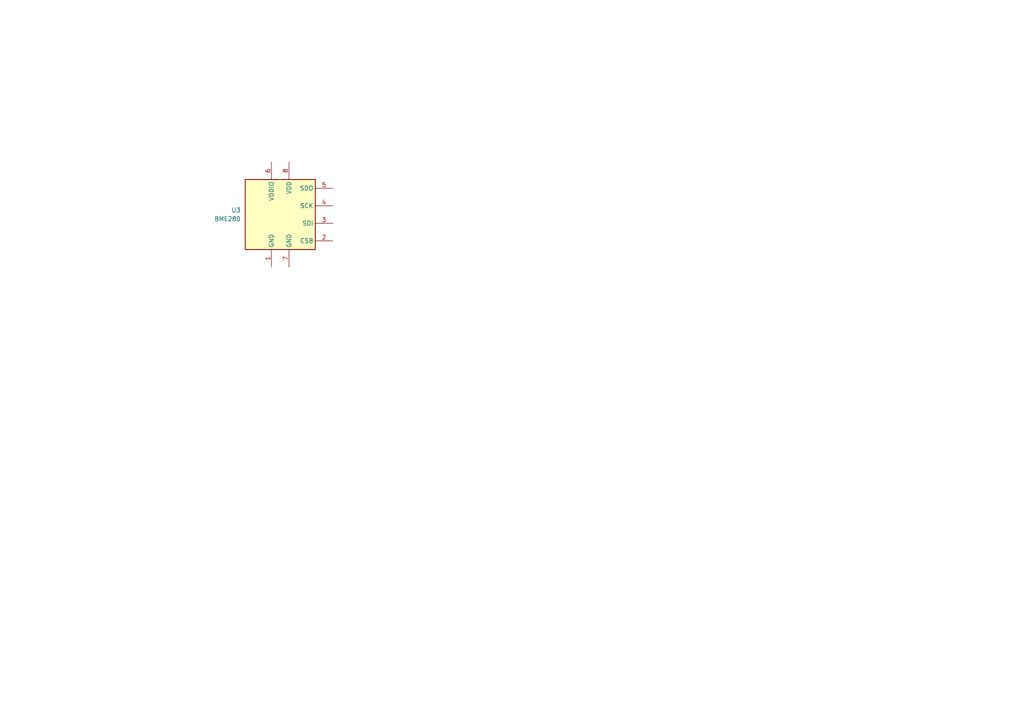
<source format=kicad_sch>
(kicad_sch (version 20231120) (generator "eeschema") (generator_version "8.0")
  (paper "A4")
  (lib_symbols
    (symbol "Sensor:BME280"
      (property "Reference" "U" (at -8.89 11.43 0))
      (property "Value" "BME280" (at 7.62 11.43 0))
      (symbol "BME280_0_1"
        (rectangle (start -10.16 10.16) (end 10.16 -10.16) (stroke (width 0.254)) (fill (type background)))
      )
      (symbol "BME280_1_1"
        (pin power_in line (at -2.54 -15.24 90) (length 5.08) (name "GND") (number "1"))
        (pin input line (at 15.24 -7.62 180) (length 5.08) (name "CSB") (number "2"))
        (pin bidirectional line (at 15.24 -2.54 180) (length 5.08) (name "SDI") (number "3"))
        (pin input line (at 15.24 2.54 180) (length 5.08) (name "SCK") (number "4"))
        (pin bidirectional line (at 15.24 7.62 180) (length 5.08) (name "SDO") (number "5"))
        (pin power_in line (at -2.54 15.24 270) (length 5.08) (name "VDDIO") (number "6"))
        (pin power_in line (at 2.54 -15.24 90) (length 5.08) (name "GND") (number "7"))
        (pin power_in line (at 2.54 15.24 270) (length 5.08) (name "VDD") (number "8"))
      )
    )
  )
  (symbol (lib_id "Sensor:BME280") (at 81.28 62.23 0) (unit 1)
    (property "Reference" "U3" (at 69.85 60.9599 0) (effects (justify right)))
    (property "Value" "BME280" (at 69.85 63.4999 0) (effects (justify right)))
    (property "Footprint" "Package_LGA:Bosch_LGA-8_2.5x2.5mm_P0.65mm_ClockwisePinNumbering" (effects (hide yes)))
    (property "Datasheet" "https://www.bosch-sensortec.com/media/boschsensortec/downloads/datasheets/bst-bme280-ds002.pdf" (effects (hide yes)))
    (property "Description" "3-in-1 sensor, humidity, pressure, temperature, I2C and SPI interface, 1.71-3.6V, LGA-8" (effects (hide yes)))
  )
)
</source>
